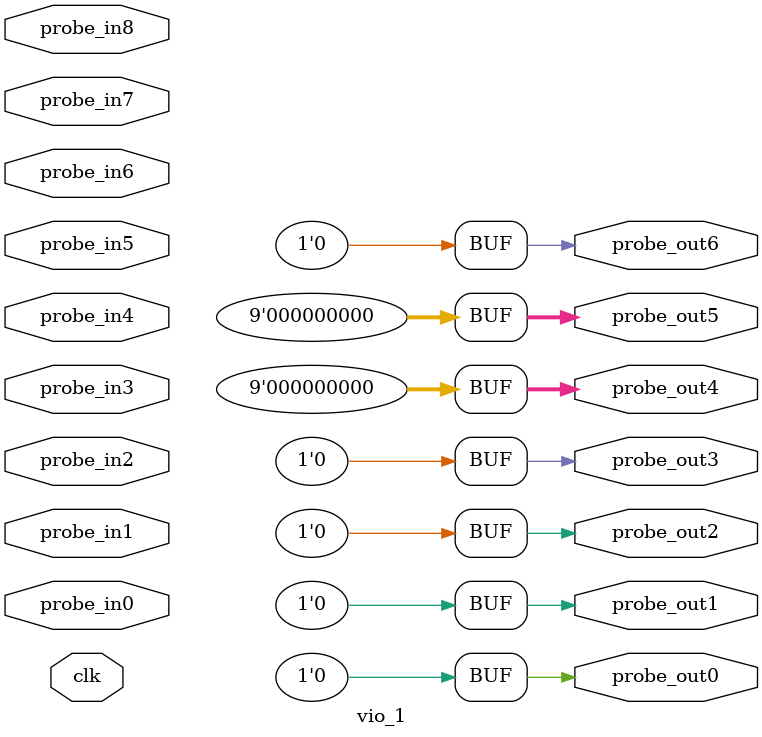
<source format=v>
`timescale 1ns / 1ps
module vio_1 (
clk,
probe_in0,probe_in1,probe_in2,probe_in3,probe_in4,probe_in5,probe_in6,probe_in7,probe_in8,
probe_out0,
probe_out1,
probe_out2,
probe_out3,
probe_out4,
probe_out5,
probe_out6
);

input clk;
input [0 : 0] probe_in0;
input [0 : 0] probe_in1;
input [0 : 0] probe_in2;
input [0 : 0] probe_in3;
input [8 : 0] probe_in4;
input [8 : 0] probe_in5;
input [8 : 0] probe_in6;
input [8 : 0] probe_in7;
input [0 : 0] probe_in8;

output reg [0 : 0] probe_out0 = 'h0 ;
output reg [0 : 0] probe_out1 = 'h0 ;
output reg [0 : 0] probe_out2 = 'h0 ;
output reg [0 : 0] probe_out3 = 'h0 ;
output reg [8 : 0] probe_out4 = 'h000 ;
output reg [8 : 0] probe_out5 = 'h000 ;
output reg [0 : 0] probe_out6 = 'h0 ;


endmodule

</source>
